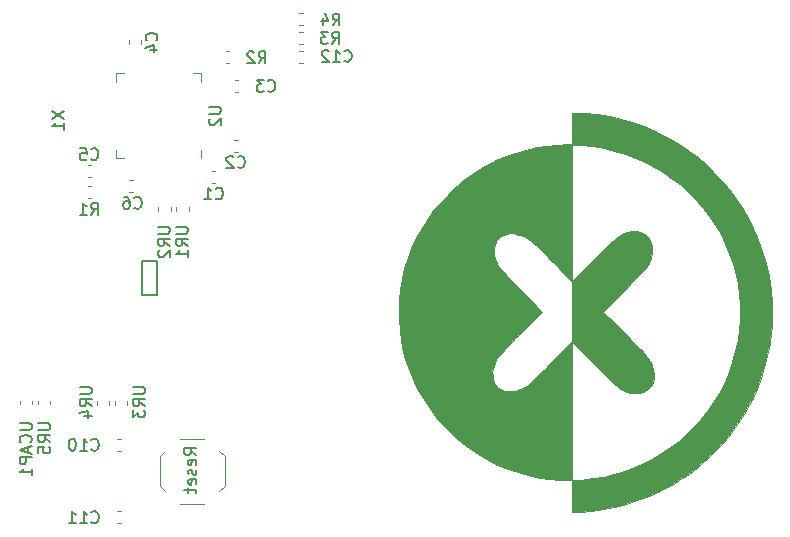
<source format=gbr>
%TF.GenerationSoftware,KiCad,Pcbnew,(5.1.6)-1*%
%TF.CreationDate,2020-05-31T03:06:52+03:00*%
%TF.ProjectId,Project,50726f6a-6563-4742-9e6b-696361645f70,rev?*%
%TF.SameCoordinates,Original*%
%TF.FileFunction,Legend,Bot*%
%TF.FilePolarity,Positive*%
%FSLAX46Y46*%
G04 Gerber Fmt 4.6, Leading zero omitted, Abs format (unit mm)*
G04 Created by KiCad (PCBNEW (5.1.6)-1) date 2020-05-31 03:06:52*
%MOMM*%
%LPD*%
G01*
G04 APERTURE LIST*
%ADD10C,0.010000*%
%ADD11C,0.120000*%
%ADD12C,0.150000*%
G04 APERTURE END LIST*
D10*
%TO.C,G\u002A\u002A\u002A*%
G36*
X111672687Y-107304033D02*
G01*
X112672063Y-107234458D01*
X113672265Y-107102963D01*
X114668239Y-106910854D01*
X115654932Y-106659437D01*
X116627288Y-106350020D01*
X117580255Y-105983910D01*
X118508778Y-105562412D01*
X118618000Y-105508332D01*
X118956869Y-105336193D01*
X119258484Y-105176112D01*
X119540164Y-105018063D01*
X119819227Y-104852018D01*
X120112991Y-104667952D01*
X120438774Y-104455837D01*
X120459500Y-104442143D01*
X121297006Y-103850565D01*
X122099842Y-103206816D01*
X122864793Y-102513887D01*
X123588646Y-101774768D01*
X124268186Y-100992449D01*
X124555171Y-100631625D01*
X124714624Y-100418368D01*
X124895870Y-100163908D01*
X125089527Y-99882362D01*
X125286209Y-99587848D01*
X125476534Y-99294481D01*
X125651118Y-99016380D01*
X125800578Y-98767661D01*
X125842537Y-98694875D01*
X126302698Y-97824456D01*
X126713702Y-96918906D01*
X127072831Y-95986080D01*
X127377368Y-95033833D01*
X127624595Y-94070018D01*
X127811795Y-93102490D01*
X127839863Y-92922160D01*
X127879976Y-92648318D01*
X127912864Y-92407057D01*
X127939230Y-92187435D01*
X127959774Y-91978515D01*
X127975199Y-91769355D01*
X127986207Y-91549016D01*
X127993499Y-91306558D01*
X127997778Y-91031042D01*
X127999744Y-90711528D01*
X128000125Y-90424000D01*
X127999477Y-90062466D01*
X127997066Y-89753483D01*
X127992190Y-89486111D01*
X127984147Y-89249412D01*
X127972235Y-89032444D01*
X127955753Y-88824270D01*
X127933999Y-88613947D01*
X127906270Y-88390538D01*
X127871866Y-88143103D01*
X127839863Y-87925841D01*
X127660674Y-86933041D01*
X127422817Y-85960296D01*
X127125133Y-85003878D01*
X126766465Y-84060059D01*
X126351602Y-83137375D01*
X126169193Y-82768401D01*
X125996650Y-82436995D01*
X125823737Y-82125212D01*
X125640217Y-81815104D01*
X125435855Y-81488726D01*
X125237879Y-81184750D01*
X124647110Y-80347390D01*
X124006020Y-79547321D01*
X123317480Y-78787150D01*
X122584360Y-78069481D01*
X121809528Y-77396921D01*
X120995856Y-76772075D01*
X120146211Y-76197550D01*
X119263465Y-75675951D01*
X119035513Y-75552838D01*
X118109928Y-75096632D01*
X117161491Y-74696379D01*
X116194345Y-74353206D01*
X115212632Y-74068246D01*
X114220497Y-73842629D01*
X113222081Y-73677486D01*
X112221529Y-73573947D01*
X111672687Y-73543701D01*
X111125000Y-73523000D01*
X111125000Y-76200000D01*
X110720187Y-76200130D01*
X109855804Y-76230177D01*
X108978548Y-76318586D01*
X108095917Y-76463571D01*
X107215408Y-76663349D01*
X106344519Y-76916137D01*
X105490747Y-77220151D01*
X104661589Y-77573608D01*
X104378125Y-77708895D01*
X103558959Y-78143560D01*
X102779084Y-78624390D01*
X102033641Y-79154867D01*
X101317773Y-79738478D01*
X100626621Y-80378704D01*
X100550464Y-80454162D01*
X99965971Y-81067943D01*
X99437061Y-81689912D01*
X98955871Y-82330927D01*
X98514541Y-83001850D01*
X98105210Y-83713541D01*
X97887427Y-84133151D01*
X97493091Y-84985592D01*
X97160826Y-85845179D01*
X96889699Y-86715657D01*
X96678777Y-87600770D01*
X96527128Y-88504262D01*
X96433817Y-89429878D01*
X96402768Y-90090806D01*
X96409974Y-91026869D01*
X96479167Y-91953934D01*
X96609161Y-92869447D01*
X96798773Y-93770854D01*
X97046817Y-94655601D01*
X97350356Y-95516169D01*
X104351135Y-95516169D01*
X104397961Y-95188451D01*
X104496971Y-94847633D01*
X104555225Y-94699724D01*
X104597721Y-94601961D01*
X104640408Y-94510777D01*
X104686391Y-94422620D01*
X104738775Y-94333936D01*
X104800663Y-94241170D01*
X104875160Y-94140769D01*
X104965371Y-94029179D01*
X105074399Y-93902847D01*
X105205349Y-93758218D01*
X105361325Y-93591740D01*
X105545432Y-93399858D01*
X105760774Y-93179018D01*
X106010456Y-92925668D01*
X106297580Y-92636252D01*
X106625253Y-92307218D01*
X106785728Y-92146316D01*
X108567550Y-90360257D01*
X106835023Y-88622066D01*
X106496972Y-88282648D01*
X106200762Y-87984412D01*
X105943210Y-87723760D01*
X105721134Y-87497095D01*
X105531351Y-87300819D01*
X105370680Y-87131334D01*
X105235938Y-86985044D01*
X105123943Y-86858349D01*
X105031512Y-86747654D01*
X104955465Y-86649359D01*
X104892617Y-86559868D01*
X104839787Y-86475583D01*
X104793793Y-86392906D01*
X104751452Y-86308240D01*
X104710705Y-86220463D01*
X104585249Y-85890479D01*
X104506213Y-85561229D01*
X104474632Y-85242421D01*
X104491538Y-84943761D01*
X104548795Y-84701020D01*
X104672368Y-84428447D01*
X104841703Y-84196720D01*
X105051727Y-84008630D01*
X105297368Y-83866966D01*
X105573555Y-83774521D01*
X105875213Y-83734084D01*
X106197273Y-83748446D01*
X106262823Y-83757999D01*
X106624159Y-83846630D01*
X106992004Y-83995354D01*
X107361066Y-84201870D01*
X107505500Y-84298497D01*
X107584755Y-84361496D01*
X107707623Y-84469947D01*
X107873738Y-84623496D01*
X108082731Y-84821791D01*
X108334236Y-85064480D01*
X108627884Y-85351210D01*
X108963309Y-85681629D01*
X109340144Y-86055384D01*
X109434312Y-86149111D01*
X111125000Y-87832921D01*
X111125000Y-92886948D01*
X111029968Y-92981662D01*
X111125000Y-92981662D01*
X112942687Y-94795047D01*
X113280380Y-95131665D01*
X113576679Y-95426330D01*
X113834897Y-95682186D01*
X114058345Y-95902379D01*
X114250334Y-96090053D01*
X114414174Y-96248353D01*
X114553179Y-96380422D01*
X114670658Y-96489406D01*
X114769923Y-96578450D01*
X114854286Y-96650697D01*
X114927058Y-96709292D01*
X114991551Y-96757380D01*
X115051074Y-96798106D01*
X115053966Y-96799996D01*
X115403484Y-96999770D01*
X115755802Y-97146606D01*
X116105473Y-97239650D01*
X116447053Y-97278048D01*
X116775097Y-97260948D01*
X117084160Y-97187497D01*
X117210800Y-97137962D01*
X117376445Y-97041375D01*
X117545790Y-96902912D01*
X117700577Y-96740281D01*
X117822549Y-96571188D01*
X117853829Y-96514313D01*
X117938364Y-96312249D01*
X117989462Y-96103373D01*
X118010387Y-95869253D01*
X118007403Y-95647233D01*
X117959824Y-95279244D01*
X117851441Y-94913192D01*
X117681467Y-94547117D01*
X117449119Y-94179056D01*
X117384677Y-94091125D01*
X117339651Y-94038522D01*
X117253454Y-93944943D01*
X117129861Y-93814272D01*
X116972646Y-93650390D01*
X116785584Y-93457179D01*
X116572450Y-93238521D01*
X116337018Y-92998299D01*
X116083063Y-92740395D01*
X115814360Y-92468691D01*
X115534682Y-92187069D01*
X115478308Y-92130444D01*
X113715223Y-90360263D01*
X115462907Y-88606194D01*
X115806189Y-88261369D01*
X116107605Y-87957695D01*
X116370328Y-87691556D01*
X116597527Y-87459336D01*
X116792373Y-87257419D01*
X116958037Y-87082191D01*
X117097690Y-86930034D01*
X117214503Y-86797334D01*
X117311646Y-86680474D01*
X117392291Y-86575840D01*
X117459607Y-86479814D01*
X117516766Y-86388782D01*
X117566939Y-86299128D01*
X117613295Y-86207236D01*
X117659007Y-86109491D01*
X117666151Y-86093778D01*
X117784499Y-85776380D01*
X117857976Y-85451730D01*
X117886410Y-85130038D01*
X117869632Y-84821513D01*
X117807472Y-84536365D01*
X117699760Y-84284805D01*
X117696378Y-84278852D01*
X117528941Y-84046776D01*
X117321222Y-83859920D01*
X117078551Y-83719330D01*
X116806262Y-83626048D01*
X116509685Y-83581119D01*
X116194152Y-83585589D01*
X115864997Y-83640501D01*
X115527550Y-83746899D01*
X115355912Y-83820419D01*
X115256260Y-83867717D01*
X115164185Y-83913973D01*
X115076023Y-83962401D01*
X114988108Y-84016214D01*
X114896777Y-84078625D01*
X114798365Y-84152847D01*
X114689208Y-84242094D01*
X114565641Y-84349579D01*
X114424001Y-84478515D01*
X114260622Y-84632115D01*
X114071841Y-84813593D01*
X113853993Y-85026162D01*
X113603414Y-85273034D01*
X113316439Y-85557424D01*
X112989404Y-85882545D01*
X112879187Y-85992234D01*
X111125000Y-87738266D01*
X111125000Y-76231750D01*
X111275812Y-76231880D01*
X111364059Y-76234271D01*
X111498576Y-76240723D01*
X111662328Y-76250303D01*
X111838281Y-76262080D01*
X111871125Y-76264448D01*
X112821972Y-76364170D01*
X113753775Y-76522056D01*
X114664496Y-76736295D01*
X115552099Y-77005075D01*
X116414548Y-77326587D01*
X117249804Y-77699018D01*
X118055833Y-78120558D01*
X118830598Y-78589395D01*
X119572061Y-79103720D01*
X120278188Y-79661720D01*
X120946940Y-80261584D01*
X121576281Y-80901502D01*
X122164175Y-81579663D01*
X122708586Y-82294256D01*
X123207476Y-83043469D01*
X123658809Y-83825492D01*
X124060549Y-84638514D01*
X124410659Y-85480723D01*
X124707103Y-86350308D01*
X124947844Y-87245459D01*
X125109137Y-88036421D01*
X125163115Y-88358472D01*
X125206217Y-88648232D01*
X125239555Y-88919704D01*
X125264241Y-89186893D01*
X125281388Y-89463803D01*
X125292108Y-89764440D01*
X125297513Y-90102807D01*
X125298760Y-90424000D01*
X125296937Y-90804548D01*
X125290727Y-91135685D01*
X125279017Y-91431415D01*
X125260696Y-91705743D01*
X125234651Y-91972674D01*
X125199770Y-92246212D01*
X125154940Y-92540361D01*
X125109137Y-92811580D01*
X124917599Y-93727711D01*
X124666953Y-94623499D01*
X124358997Y-95496564D01*
X123995529Y-96344524D01*
X123578349Y-97164998D01*
X123109255Y-97955605D01*
X122590045Y-98713964D01*
X122022518Y-99437693D01*
X121408472Y-100124412D01*
X120749705Y-100771739D01*
X120048018Y-101377292D01*
X119305207Y-101938692D01*
X118523071Y-102453557D01*
X117703410Y-102919505D01*
X117332125Y-103108025D01*
X116454110Y-103505493D01*
X115568395Y-103840994D01*
X114670962Y-104115564D01*
X113757796Y-104330243D01*
X112824878Y-104486069D01*
X111868192Y-104584080D01*
X111545687Y-104603960D01*
X111125000Y-104625747D01*
X111125000Y-92981662D01*
X111029968Y-92981662D01*
X109339062Y-94666904D01*
X108986655Y-95017829D01*
X108675450Y-95326760D01*
X108401895Y-95596752D01*
X108162437Y-95830857D01*
X107953522Y-96032130D01*
X107771599Y-96203624D01*
X107613114Y-96348392D01*
X107474515Y-96469489D01*
X107352248Y-96569968D01*
X107242762Y-96652882D01*
X107142503Y-96721285D01*
X107047918Y-96778231D01*
X106955455Y-96826774D01*
X106861560Y-96869966D01*
X106762682Y-96910862D01*
X106699589Y-96935527D01*
X106350413Y-97049898D01*
X106029186Y-97111197D01*
X105729072Y-97119479D01*
X105443234Y-97074797D01*
X105164837Y-96977207D01*
X105102926Y-96948160D01*
X104860320Y-96796248D01*
X104663133Y-96603464D01*
X104512494Y-96374434D01*
X104409530Y-96113790D01*
X104355368Y-95826158D01*
X104351135Y-95516169D01*
X97350356Y-95516169D01*
X97352107Y-95521133D01*
X97713458Y-96364897D01*
X98129686Y-97184338D01*
X98599606Y-97976903D01*
X99122031Y-98740037D01*
X99695778Y-99471186D01*
X100319661Y-100167797D01*
X100992495Y-100827315D01*
X101647625Y-101394155D01*
X102374888Y-101946961D01*
X103141136Y-102453499D01*
X103941546Y-102912039D01*
X104771298Y-103320852D01*
X105625571Y-103678209D01*
X106499545Y-103982383D01*
X107388398Y-104231643D01*
X108287310Y-104424261D01*
X109191460Y-104558508D01*
X110096027Y-104632654D01*
X110720187Y-104647871D01*
X111125000Y-104648000D01*
X111125000Y-107325000D01*
X111672687Y-107304033D01*
G37*
X111672687Y-107304033D02*
X112672063Y-107234458D01*
X113672265Y-107102963D01*
X114668239Y-106910854D01*
X115654932Y-106659437D01*
X116627288Y-106350020D01*
X117580255Y-105983910D01*
X118508778Y-105562412D01*
X118618000Y-105508332D01*
X118956869Y-105336193D01*
X119258484Y-105176112D01*
X119540164Y-105018063D01*
X119819227Y-104852018D01*
X120112991Y-104667952D01*
X120438774Y-104455837D01*
X120459500Y-104442143D01*
X121297006Y-103850565D01*
X122099842Y-103206816D01*
X122864793Y-102513887D01*
X123588646Y-101774768D01*
X124268186Y-100992449D01*
X124555171Y-100631625D01*
X124714624Y-100418368D01*
X124895870Y-100163908D01*
X125089527Y-99882362D01*
X125286209Y-99587848D01*
X125476534Y-99294481D01*
X125651118Y-99016380D01*
X125800578Y-98767661D01*
X125842537Y-98694875D01*
X126302698Y-97824456D01*
X126713702Y-96918906D01*
X127072831Y-95986080D01*
X127377368Y-95033833D01*
X127624595Y-94070018D01*
X127811795Y-93102490D01*
X127839863Y-92922160D01*
X127879976Y-92648318D01*
X127912864Y-92407057D01*
X127939230Y-92187435D01*
X127959774Y-91978515D01*
X127975199Y-91769355D01*
X127986207Y-91549016D01*
X127993499Y-91306558D01*
X127997778Y-91031042D01*
X127999744Y-90711528D01*
X128000125Y-90424000D01*
X127999477Y-90062466D01*
X127997066Y-89753483D01*
X127992190Y-89486111D01*
X127984147Y-89249412D01*
X127972235Y-89032444D01*
X127955753Y-88824270D01*
X127933999Y-88613947D01*
X127906270Y-88390538D01*
X127871866Y-88143103D01*
X127839863Y-87925841D01*
X127660674Y-86933041D01*
X127422817Y-85960296D01*
X127125133Y-85003878D01*
X126766465Y-84060059D01*
X126351602Y-83137375D01*
X126169193Y-82768401D01*
X125996650Y-82436995D01*
X125823737Y-82125212D01*
X125640217Y-81815104D01*
X125435855Y-81488726D01*
X125237879Y-81184750D01*
X124647110Y-80347390D01*
X124006020Y-79547321D01*
X123317480Y-78787150D01*
X122584360Y-78069481D01*
X121809528Y-77396921D01*
X120995856Y-76772075D01*
X120146211Y-76197550D01*
X119263465Y-75675951D01*
X119035513Y-75552838D01*
X118109928Y-75096632D01*
X117161491Y-74696379D01*
X116194345Y-74353206D01*
X115212632Y-74068246D01*
X114220497Y-73842629D01*
X113222081Y-73677486D01*
X112221529Y-73573947D01*
X111672687Y-73543701D01*
X111125000Y-73523000D01*
X111125000Y-76200000D01*
X110720187Y-76200130D01*
X109855804Y-76230177D01*
X108978548Y-76318586D01*
X108095917Y-76463571D01*
X107215408Y-76663349D01*
X106344519Y-76916137D01*
X105490747Y-77220151D01*
X104661589Y-77573608D01*
X104378125Y-77708895D01*
X103558959Y-78143560D01*
X102779084Y-78624390D01*
X102033641Y-79154867D01*
X101317773Y-79738478D01*
X100626621Y-80378704D01*
X100550464Y-80454162D01*
X99965971Y-81067943D01*
X99437061Y-81689912D01*
X98955871Y-82330927D01*
X98514541Y-83001850D01*
X98105210Y-83713541D01*
X97887427Y-84133151D01*
X97493091Y-84985592D01*
X97160826Y-85845179D01*
X96889699Y-86715657D01*
X96678777Y-87600770D01*
X96527128Y-88504262D01*
X96433817Y-89429878D01*
X96402768Y-90090806D01*
X96409974Y-91026869D01*
X96479167Y-91953934D01*
X96609161Y-92869447D01*
X96798773Y-93770854D01*
X97046817Y-94655601D01*
X97350356Y-95516169D01*
X104351135Y-95516169D01*
X104397961Y-95188451D01*
X104496971Y-94847633D01*
X104555225Y-94699724D01*
X104597721Y-94601961D01*
X104640408Y-94510777D01*
X104686391Y-94422620D01*
X104738775Y-94333936D01*
X104800663Y-94241170D01*
X104875160Y-94140769D01*
X104965371Y-94029179D01*
X105074399Y-93902847D01*
X105205349Y-93758218D01*
X105361325Y-93591740D01*
X105545432Y-93399858D01*
X105760774Y-93179018D01*
X106010456Y-92925668D01*
X106297580Y-92636252D01*
X106625253Y-92307218D01*
X106785728Y-92146316D01*
X108567550Y-90360257D01*
X106835023Y-88622066D01*
X106496972Y-88282648D01*
X106200762Y-87984412D01*
X105943210Y-87723760D01*
X105721134Y-87497095D01*
X105531351Y-87300819D01*
X105370680Y-87131334D01*
X105235938Y-86985044D01*
X105123943Y-86858349D01*
X105031512Y-86747654D01*
X104955465Y-86649359D01*
X104892617Y-86559868D01*
X104839787Y-86475583D01*
X104793793Y-86392906D01*
X104751452Y-86308240D01*
X104710705Y-86220463D01*
X104585249Y-85890479D01*
X104506213Y-85561229D01*
X104474632Y-85242421D01*
X104491538Y-84943761D01*
X104548795Y-84701020D01*
X104672368Y-84428447D01*
X104841703Y-84196720D01*
X105051727Y-84008630D01*
X105297368Y-83866966D01*
X105573555Y-83774521D01*
X105875213Y-83734084D01*
X106197273Y-83748446D01*
X106262823Y-83757999D01*
X106624159Y-83846630D01*
X106992004Y-83995354D01*
X107361066Y-84201870D01*
X107505500Y-84298497D01*
X107584755Y-84361496D01*
X107707623Y-84469947D01*
X107873738Y-84623496D01*
X108082731Y-84821791D01*
X108334236Y-85064480D01*
X108627884Y-85351210D01*
X108963309Y-85681629D01*
X109340144Y-86055384D01*
X109434312Y-86149111D01*
X111125000Y-87832921D01*
X111125000Y-92886948D01*
X111029968Y-92981662D01*
X111125000Y-92981662D01*
X112942687Y-94795047D01*
X113280380Y-95131665D01*
X113576679Y-95426330D01*
X113834897Y-95682186D01*
X114058345Y-95902379D01*
X114250334Y-96090053D01*
X114414174Y-96248353D01*
X114553179Y-96380422D01*
X114670658Y-96489406D01*
X114769923Y-96578450D01*
X114854286Y-96650697D01*
X114927058Y-96709292D01*
X114991551Y-96757380D01*
X115051074Y-96798106D01*
X115053966Y-96799996D01*
X115403484Y-96999770D01*
X115755802Y-97146606D01*
X116105473Y-97239650D01*
X116447053Y-97278048D01*
X116775097Y-97260948D01*
X117084160Y-97187497D01*
X117210800Y-97137962D01*
X117376445Y-97041375D01*
X117545790Y-96902912D01*
X117700577Y-96740281D01*
X117822549Y-96571188D01*
X117853829Y-96514313D01*
X117938364Y-96312249D01*
X117989462Y-96103373D01*
X118010387Y-95869253D01*
X118007403Y-95647233D01*
X117959824Y-95279244D01*
X117851441Y-94913192D01*
X117681467Y-94547117D01*
X117449119Y-94179056D01*
X117384677Y-94091125D01*
X117339651Y-94038522D01*
X117253454Y-93944943D01*
X117129861Y-93814272D01*
X116972646Y-93650390D01*
X116785584Y-93457179D01*
X116572450Y-93238521D01*
X116337018Y-92998299D01*
X116083063Y-92740395D01*
X115814360Y-92468691D01*
X115534682Y-92187069D01*
X115478308Y-92130444D01*
X113715223Y-90360263D01*
X115462907Y-88606194D01*
X115806189Y-88261369D01*
X116107605Y-87957695D01*
X116370328Y-87691556D01*
X116597527Y-87459336D01*
X116792373Y-87257419D01*
X116958037Y-87082191D01*
X117097690Y-86930034D01*
X117214503Y-86797334D01*
X117311646Y-86680474D01*
X117392291Y-86575840D01*
X117459607Y-86479814D01*
X117516766Y-86388782D01*
X117566939Y-86299128D01*
X117613295Y-86207236D01*
X117659007Y-86109491D01*
X117666151Y-86093778D01*
X117784499Y-85776380D01*
X117857976Y-85451730D01*
X117886410Y-85130038D01*
X117869632Y-84821513D01*
X117807472Y-84536365D01*
X117699760Y-84284805D01*
X117696378Y-84278852D01*
X117528941Y-84046776D01*
X117321222Y-83859920D01*
X117078551Y-83719330D01*
X116806262Y-83626048D01*
X116509685Y-83581119D01*
X116194152Y-83585589D01*
X115864997Y-83640501D01*
X115527550Y-83746899D01*
X115355912Y-83820419D01*
X115256260Y-83867717D01*
X115164185Y-83913973D01*
X115076023Y-83962401D01*
X114988108Y-84016214D01*
X114896777Y-84078625D01*
X114798365Y-84152847D01*
X114689208Y-84242094D01*
X114565641Y-84349579D01*
X114424001Y-84478515D01*
X114260622Y-84632115D01*
X114071841Y-84813593D01*
X113853993Y-85026162D01*
X113603414Y-85273034D01*
X113316439Y-85557424D01*
X112989404Y-85882545D01*
X112879187Y-85992234D01*
X111125000Y-87738266D01*
X111125000Y-76231750D01*
X111275812Y-76231880D01*
X111364059Y-76234271D01*
X111498576Y-76240723D01*
X111662328Y-76250303D01*
X111838281Y-76262080D01*
X111871125Y-76264448D01*
X112821972Y-76364170D01*
X113753775Y-76522056D01*
X114664496Y-76736295D01*
X115552099Y-77005075D01*
X116414548Y-77326587D01*
X117249804Y-77699018D01*
X118055833Y-78120558D01*
X118830598Y-78589395D01*
X119572061Y-79103720D01*
X120278188Y-79661720D01*
X120946940Y-80261584D01*
X121576281Y-80901502D01*
X122164175Y-81579663D01*
X122708586Y-82294256D01*
X123207476Y-83043469D01*
X123658809Y-83825492D01*
X124060549Y-84638514D01*
X124410659Y-85480723D01*
X124707103Y-86350308D01*
X124947844Y-87245459D01*
X125109137Y-88036421D01*
X125163115Y-88358472D01*
X125206217Y-88648232D01*
X125239555Y-88919704D01*
X125264241Y-89186893D01*
X125281388Y-89463803D01*
X125292108Y-89764440D01*
X125297513Y-90102807D01*
X125298760Y-90424000D01*
X125296937Y-90804548D01*
X125290727Y-91135685D01*
X125279017Y-91431415D01*
X125260696Y-91705743D01*
X125234651Y-91972674D01*
X125199770Y-92246212D01*
X125154940Y-92540361D01*
X125109137Y-92811580D01*
X124917599Y-93727711D01*
X124666953Y-94623499D01*
X124358997Y-95496564D01*
X123995529Y-96344524D01*
X123578349Y-97164998D01*
X123109255Y-97955605D01*
X122590045Y-98713964D01*
X122022518Y-99437693D01*
X121408472Y-100124412D01*
X120749705Y-100771739D01*
X120048018Y-101377292D01*
X119305207Y-101938692D01*
X118523071Y-102453557D01*
X117703410Y-102919505D01*
X117332125Y-103108025D01*
X116454110Y-103505493D01*
X115568395Y-103840994D01*
X114670962Y-104115564D01*
X113757796Y-104330243D01*
X112824878Y-104486069D01*
X111868192Y-104584080D01*
X111545687Y-104603960D01*
X111125000Y-104625747D01*
X111125000Y-92981662D01*
X111029968Y-92981662D01*
X109339062Y-94666904D01*
X108986655Y-95017829D01*
X108675450Y-95326760D01*
X108401895Y-95596752D01*
X108162437Y-95830857D01*
X107953522Y-96032130D01*
X107771599Y-96203624D01*
X107613114Y-96348392D01*
X107474515Y-96469489D01*
X107352248Y-96569968D01*
X107242762Y-96652882D01*
X107142503Y-96721285D01*
X107047918Y-96778231D01*
X106955455Y-96826774D01*
X106861560Y-96869966D01*
X106762682Y-96910862D01*
X106699589Y-96935527D01*
X106350413Y-97049898D01*
X106029186Y-97111197D01*
X105729072Y-97119479D01*
X105443234Y-97074797D01*
X105164837Y-96977207D01*
X105102926Y-96948160D01*
X104860320Y-96796248D01*
X104663133Y-96603464D01*
X104512494Y-96374434D01*
X104409530Y-96113790D01*
X104355368Y-95826158D01*
X104351135Y-95516169D01*
X97350356Y-95516169D01*
X97352107Y-95521133D01*
X97713458Y-96364897D01*
X98129686Y-97184338D01*
X98599606Y-97976903D01*
X99122031Y-98740037D01*
X99695778Y-99471186D01*
X100319661Y-100167797D01*
X100992495Y-100827315D01*
X101647625Y-101394155D01*
X102374888Y-101946961D01*
X103141136Y-102453499D01*
X103941546Y-102912039D01*
X104771298Y-103320852D01*
X105625571Y-103678209D01*
X106499545Y-103982383D01*
X107388398Y-104231643D01*
X108287310Y-104424261D01*
X109191460Y-104558508D01*
X110096027Y-104632654D01*
X110720187Y-104647871D01*
X111125000Y-104648000D01*
X111125000Y-107325000D01*
X111672687Y-107304033D01*
D11*
%TO.C,C11*%
X72882979Y-107287600D02*
X72557421Y-107287600D01*
X72882979Y-108307600D02*
X72557421Y-108307600D01*
%TO.C,C10*%
X72908379Y-102186200D02*
X72582821Y-102186200D01*
X72908379Y-101166200D02*
X72582821Y-101166200D01*
%TO.C,U2*%
X79683000Y-70902000D02*
X79683000Y-70177000D01*
X79683000Y-70177000D02*
X78958000Y-70177000D01*
X72463000Y-76672000D02*
X72463000Y-77397000D01*
X72463000Y-77397000D02*
X73188000Y-77397000D01*
X72463000Y-70902000D02*
X72463000Y-70177000D01*
X72463000Y-70177000D02*
X73188000Y-70177000D01*
X79683000Y-76672000D02*
X79683000Y-77397000D01*
%TO.C,Reset*%
X81680500Y-105136000D02*
X81680500Y-102636000D01*
X79930500Y-106636000D02*
X77930500Y-106636000D01*
X76180500Y-105136000D02*
X76180500Y-102636000D01*
X79930500Y-101136000D02*
X77930500Y-101136000D01*
X81230500Y-105586000D02*
X81680500Y-105136000D01*
X81230500Y-102186000D02*
X81680500Y-102636000D01*
X76630500Y-102186000D02*
X76180500Y-102636000D01*
X76630500Y-105586000D02*
X76180500Y-105136000D01*
D12*
%TO.C,U1*%
X75961000Y-88953000D02*
X74661000Y-88953000D01*
X75961000Y-86053000D02*
X75961000Y-88953000D01*
X74661000Y-86053000D02*
X75961000Y-86053000D01*
X74661000Y-86053000D02*
X74661000Y-88953000D01*
D11*
%TO.C,C1*%
X80571221Y-78484000D02*
X80896779Y-78484000D01*
X80571221Y-79504000D02*
X80896779Y-79504000D01*
%TO.C,C2*%
X82450721Y-75817000D02*
X82776279Y-75817000D01*
X82450721Y-76837000D02*
X82776279Y-76837000D01*
%TO.C,C3*%
X82514221Y-71757000D02*
X82839779Y-71757000D01*
X82514221Y-70737000D02*
X82839779Y-70737000D01*
%TO.C,C4*%
X73594500Y-67726779D02*
X73594500Y-67401221D01*
X74614500Y-67726779D02*
X74614500Y-67401221D01*
%TO.C,C5*%
X70393779Y-77976000D02*
X70068221Y-77976000D01*
X70393779Y-78996000D02*
X70068221Y-78996000D01*
%TO.C,C6*%
X73911779Y-79246000D02*
X73586221Y-79246000D01*
X73911779Y-80266000D02*
X73586221Y-80266000D01*
%TO.C,C12*%
X87975221Y-68273200D02*
X88300779Y-68273200D01*
X87975221Y-69293200D02*
X88300779Y-69293200D01*
%TO.C,R1*%
X70393779Y-80774000D02*
X70068221Y-80774000D01*
X70393779Y-79754000D02*
X70068221Y-79754000D01*
%TO.C,R2*%
X82077779Y-69344000D02*
X81752221Y-69344000D01*
X82077779Y-68324000D02*
X81752221Y-68324000D01*
%TO.C,R3*%
X88300779Y-67718400D02*
X87975221Y-67718400D01*
X88300779Y-66698400D02*
X87975221Y-66698400D01*
%TO.C,R4*%
X88300779Y-65123600D02*
X87975221Y-65123600D01*
X88300779Y-66143600D02*
X87975221Y-66143600D01*
%TO.C,UR1*%
X78615000Y-81823779D02*
X78615000Y-81498221D01*
X77595000Y-81823779D02*
X77595000Y-81498221D01*
%TO.C,UR2*%
X77091000Y-81823779D02*
X77091000Y-81498221D01*
X76071000Y-81823779D02*
X76071000Y-81498221D01*
%TO.C,UR3*%
X72388000Y-97932021D02*
X72388000Y-98257579D01*
X73408000Y-97932021D02*
X73408000Y-98257579D01*
%TO.C,UR4*%
X71884000Y-97932021D02*
X71884000Y-98257579D01*
X70864000Y-97932021D02*
X70864000Y-98257579D01*
%TO.C,UR5*%
X66854800Y-97906721D02*
X66854800Y-98232279D01*
X65834800Y-97906721D02*
X65834800Y-98232279D01*
%TO.C,UCAP1*%
X64310800Y-98232079D02*
X64310800Y-97906521D01*
X65330800Y-98232079D02*
X65330800Y-97906521D01*
%TO.C,C11*%
D12*
X70391257Y-108180142D02*
X70438876Y-108227761D01*
X70581733Y-108275380D01*
X70676971Y-108275380D01*
X70819828Y-108227761D01*
X70915066Y-108132523D01*
X70962685Y-108037285D01*
X71010304Y-107846809D01*
X71010304Y-107703952D01*
X70962685Y-107513476D01*
X70915066Y-107418238D01*
X70819828Y-107323000D01*
X70676971Y-107275380D01*
X70581733Y-107275380D01*
X70438876Y-107323000D01*
X70391257Y-107370619D01*
X69438876Y-108275380D02*
X70010304Y-108275380D01*
X69724590Y-108275380D02*
X69724590Y-107275380D01*
X69819828Y-107418238D01*
X69915066Y-107513476D01*
X70010304Y-107561095D01*
X68486495Y-108275380D02*
X69057923Y-108275380D01*
X68772209Y-108275380D02*
X68772209Y-107275380D01*
X68867447Y-107418238D01*
X68962685Y-107513476D01*
X69057923Y-107561095D01*
%TO.C,C10*%
X70391257Y-102033342D02*
X70438876Y-102080961D01*
X70581733Y-102128580D01*
X70676971Y-102128580D01*
X70819828Y-102080961D01*
X70915066Y-101985723D01*
X70962685Y-101890485D01*
X71010304Y-101700009D01*
X71010304Y-101557152D01*
X70962685Y-101366676D01*
X70915066Y-101271438D01*
X70819828Y-101176200D01*
X70676971Y-101128580D01*
X70581733Y-101128580D01*
X70438876Y-101176200D01*
X70391257Y-101223819D01*
X69438876Y-102128580D02*
X70010304Y-102128580D01*
X69724590Y-102128580D02*
X69724590Y-101128580D01*
X69819828Y-101271438D01*
X69915066Y-101366676D01*
X70010304Y-101414295D01*
X68819828Y-101128580D02*
X68724590Y-101128580D01*
X68629352Y-101176200D01*
X68581733Y-101223819D01*
X68534114Y-101319057D01*
X68486495Y-101509533D01*
X68486495Y-101747628D01*
X68534114Y-101938104D01*
X68581733Y-102033342D01*
X68629352Y-102080961D01*
X68724590Y-102128580D01*
X68819828Y-102128580D01*
X68915066Y-102080961D01*
X68962685Y-102033342D01*
X69010304Y-101938104D01*
X69057923Y-101747628D01*
X69057923Y-101509533D01*
X69010304Y-101319057D01*
X68962685Y-101223819D01*
X68915066Y-101176200D01*
X68819828Y-101128580D01*
%TO.C,U2*%
X80345380Y-73025095D02*
X81154904Y-73025095D01*
X81250142Y-73072714D01*
X81297761Y-73120333D01*
X81345380Y-73215571D01*
X81345380Y-73406047D01*
X81297761Y-73501285D01*
X81250142Y-73548904D01*
X81154904Y-73596523D01*
X80345380Y-73596523D01*
X80440619Y-74025095D02*
X80393000Y-74072714D01*
X80345380Y-74167952D01*
X80345380Y-74406047D01*
X80393000Y-74501285D01*
X80440619Y-74548904D01*
X80535857Y-74596523D01*
X80631095Y-74596523D01*
X80773952Y-74548904D01*
X81345380Y-73977476D01*
X81345380Y-74596523D01*
%TO.C,Reset*%
X79268580Y-102520904D02*
X78792390Y-102187571D01*
X79268580Y-101949476D02*
X78268580Y-101949476D01*
X78268580Y-102330428D01*
X78316200Y-102425666D01*
X78363819Y-102473285D01*
X78459057Y-102520904D01*
X78601914Y-102520904D01*
X78697152Y-102473285D01*
X78744771Y-102425666D01*
X78792390Y-102330428D01*
X78792390Y-101949476D01*
X79220961Y-103330428D02*
X79268580Y-103235190D01*
X79268580Y-103044714D01*
X79220961Y-102949476D01*
X79125723Y-102901857D01*
X78744771Y-102901857D01*
X78649533Y-102949476D01*
X78601914Y-103044714D01*
X78601914Y-103235190D01*
X78649533Y-103330428D01*
X78744771Y-103378047D01*
X78840009Y-103378047D01*
X78935247Y-102901857D01*
X79220961Y-103759000D02*
X79268580Y-103854238D01*
X79268580Y-104044714D01*
X79220961Y-104139952D01*
X79125723Y-104187571D01*
X79078104Y-104187571D01*
X78982866Y-104139952D01*
X78935247Y-104044714D01*
X78935247Y-103901857D01*
X78887628Y-103806619D01*
X78792390Y-103759000D01*
X78744771Y-103759000D01*
X78649533Y-103806619D01*
X78601914Y-103901857D01*
X78601914Y-104044714D01*
X78649533Y-104139952D01*
X79220961Y-104997095D02*
X79268580Y-104901857D01*
X79268580Y-104711380D01*
X79220961Y-104616142D01*
X79125723Y-104568523D01*
X78744771Y-104568523D01*
X78649533Y-104616142D01*
X78601914Y-104711380D01*
X78601914Y-104901857D01*
X78649533Y-104997095D01*
X78744771Y-105044714D01*
X78840009Y-105044714D01*
X78935247Y-104568523D01*
X78601914Y-105330428D02*
X78601914Y-105711380D01*
X78268580Y-105473285D02*
X79125723Y-105473285D01*
X79220961Y-105520904D01*
X79268580Y-105616142D01*
X79268580Y-105711380D01*
%TO.C,X1*%
X67067180Y-73383876D02*
X68067180Y-74050542D01*
X67067180Y-74050542D02*
X68067180Y-73383876D01*
X68067180Y-74955304D02*
X68067180Y-74383876D01*
X68067180Y-74669590D02*
X67067180Y-74669590D01*
X67210038Y-74574352D01*
X67305276Y-74479114D01*
X67352895Y-74383876D01*
%TO.C,C1*%
X80900666Y-80781142D02*
X80948285Y-80828761D01*
X81091142Y-80876380D01*
X81186380Y-80876380D01*
X81329238Y-80828761D01*
X81424476Y-80733523D01*
X81472095Y-80638285D01*
X81519714Y-80447809D01*
X81519714Y-80304952D01*
X81472095Y-80114476D01*
X81424476Y-80019238D01*
X81329238Y-79924000D01*
X81186380Y-79876380D01*
X81091142Y-79876380D01*
X80948285Y-79924000D01*
X80900666Y-79971619D01*
X79948285Y-80876380D02*
X80519714Y-80876380D01*
X80234000Y-80876380D02*
X80234000Y-79876380D01*
X80329238Y-80019238D01*
X80424476Y-80114476D01*
X80519714Y-80162095D01*
%TO.C,C2*%
X82780166Y-78114142D02*
X82827785Y-78161761D01*
X82970642Y-78209380D01*
X83065880Y-78209380D01*
X83208738Y-78161761D01*
X83303976Y-78066523D01*
X83351595Y-77971285D01*
X83399214Y-77780809D01*
X83399214Y-77637952D01*
X83351595Y-77447476D01*
X83303976Y-77352238D01*
X83208738Y-77257000D01*
X83065880Y-77209380D01*
X82970642Y-77209380D01*
X82827785Y-77257000D01*
X82780166Y-77304619D01*
X82399214Y-77304619D02*
X82351595Y-77257000D01*
X82256357Y-77209380D01*
X82018261Y-77209380D01*
X81923023Y-77257000D01*
X81875404Y-77304619D01*
X81827785Y-77399857D01*
X81827785Y-77495095D01*
X81875404Y-77637952D01*
X82446833Y-78209380D01*
X81827785Y-78209380D01*
%TO.C,C3*%
X85332866Y-71654942D02*
X85380485Y-71702561D01*
X85523342Y-71750180D01*
X85618580Y-71750180D01*
X85761438Y-71702561D01*
X85856676Y-71607323D01*
X85904295Y-71512085D01*
X85951914Y-71321609D01*
X85951914Y-71178752D01*
X85904295Y-70988276D01*
X85856676Y-70893038D01*
X85761438Y-70797800D01*
X85618580Y-70750180D01*
X85523342Y-70750180D01*
X85380485Y-70797800D01*
X85332866Y-70845419D01*
X84999533Y-70750180D02*
X84380485Y-70750180D01*
X84713819Y-71131133D01*
X84570961Y-71131133D01*
X84475723Y-71178752D01*
X84428104Y-71226371D01*
X84380485Y-71321609D01*
X84380485Y-71559704D01*
X84428104Y-71654942D01*
X84475723Y-71702561D01*
X84570961Y-71750180D01*
X84856676Y-71750180D01*
X84951914Y-71702561D01*
X84999533Y-71654942D01*
%TO.C,C4*%
X75891642Y-67397333D02*
X75939261Y-67349714D01*
X75986880Y-67206857D01*
X75986880Y-67111619D01*
X75939261Y-66968761D01*
X75844023Y-66873523D01*
X75748785Y-66825904D01*
X75558309Y-66778285D01*
X75415452Y-66778285D01*
X75224976Y-66825904D01*
X75129738Y-66873523D01*
X75034500Y-66968761D01*
X74986880Y-67111619D01*
X74986880Y-67206857D01*
X75034500Y-67349714D01*
X75082119Y-67397333D01*
X75320214Y-68254476D02*
X75986880Y-68254476D01*
X74939261Y-68016380D02*
X75653547Y-67778285D01*
X75653547Y-68397333D01*
%TO.C,C5*%
X70372266Y-77446142D02*
X70419885Y-77493761D01*
X70562742Y-77541380D01*
X70657980Y-77541380D01*
X70800838Y-77493761D01*
X70896076Y-77398523D01*
X70943695Y-77303285D01*
X70991314Y-77112809D01*
X70991314Y-76969952D01*
X70943695Y-76779476D01*
X70896076Y-76684238D01*
X70800838Y-76589000D01*
X70657980Y-76541380D01*
X70562742Y-76541380D01*
X70419885Y-76589000D01*
X70372266Y-76636619D01*
X69467504Y-76541380D02*
X69943695Y-76541380D01*
X69991314Y-77017571D01*
X69943695Y-76969952D01*
X69848457Y-76922333D01*
X69610361Y-76922333D01*
X69515123Y-76969952D01*
X69467504Y-77017571D01*
X69419885Y-77112809D01*
X69419885Y-77350904D01*
X69467504Y-77446142D01*
X69515123Y-77493761D01*
X69610361Y-77541380D01*
X69848457Y-77541380D01*
X69943695Y-77493761D01*
X69991314Y-77446142D01*
%TO.C,C6*%
X74029866Y-81560942D02*
X74077485Y-81608561D01*
X74220342Y-81656180D01*
X74315580Y-81656180D01*
X74458438Y-81608561D01*
X74553676Y-81513323D01*
X74601295Y-81418085D01*
X74648914Y-81227609D01*
X74648914Y-81084752D01*
X74601295Y-80894276D01*
X74553676Y-80799038D01*
X74458438Y-80703800D01*
X74315580Y-80656180D01*
X74220342Y-80656180D01*
X74077485Y-80703800D01*
X74029866Y-80751419D01*
X73172723Y-80656180D02*
X73363200Y-80656180D01*
X73458438Y-80703800D01*
X73506057Y-80751419D01*
X73601295Y-80894276D01*
X73648914Y-81084752D01*
X73648914Y-81465704D01*
X73601295Y-81560942D01*
X73553676Y-81608561D01*
X73458438Y-81656180D01*
X73267961Y-81656180D01*
X73172723Y-81608561D01*
X73125104Y-81560942D01*
X73077485Y-81465704D01*
X73077485Y-81227609D01*
X73125104Y-81132371D01*
X73172723Y-81084752D01*
X73267961Y-81037133D01*
X73458438Y-81037133D01*
X73553676Y-81084752D01*
X73601295Y-81132371D01*
X73648914Y-81227609D01*
%TO.C,C12*%
X91803457Y-69140342D02*
X91851076Y-69187961D01*
X91993933Y-69235580D01*
X92089171Y-69235580D01*
X92232028Y-69187961D01*
X92327266Y-69092723D01*
X92374885Y-68997485D01*
X92422504Y-68807009D01*
X92422504Y-68664152D01*
X92374885Y-68473676D01*
X92327266Y-68378438D01*
X92232028Y-68283200D01*
X92089171Y-68235580D01*
X91993933Y-68235580D01*
X91851076Y-68283200D01*
X91803457Y-68330819D01*
X90851076Y-69235580D02*
X91422504Y-69235580D01*
X91136790Y-69235580D02*
X91136790Y-68235580D01*
X91232028Y-68378438D01*
X91327266Y-68473676D01*
X91422504Y-68521295D01*
X90470123Y-68330819D02*
X90422504Y-68283200D01*
X90327266Y-68235580D01*
X90089171Y-68235580D01*
X89993933Y-68283200D01*
X89946314Y-68330819D01*
X89898695Y-68426057D01*
X89898695Y-68521295D01*
X89946314Y-68664152D01*
X90517742Y-69235580D01*
X89898695Y-69235580D01*
%TO.C,R1*%
X70372266Y-82164180D02*
X70705600Y-81687990D01*
X70943695Y-82164180D02*
X70943695Y-81164180D01*
X70562742Y-81164180D01*
X70467504Y-81211800D01*
X70419885Y-81259419D01*
X70372266Y-81354657D01*
X70372266Y-81497514D01*
X70419885Y-81592752D01*
X70467504Y-81640371D01*
X70562742Y-81687990D01*
X70943695Y-81687990D01*
X69419885Y-82164180D02*
X69991314Y-82164180D01*
X69705600Y-82164180D02*
X69705600Y-81164180D01*
X69800838Y-81307038D01*
X69896076Y-81402276D01*
X69991314Y-81449895D01*
%TO.C,R2*%
X84545466Y-69337180D02*
X84878800Y-68860990D01*
X85116895Y-69337180D02*
X85116895Y-68337180D01*
X84735942Y-68337180D01*
X84640704Y-68384800D01*
X84593085Y-68432419D01*
X84545466Y-68527657D01*
X84545466Y-68670514D01*
X84593085Y-68765752D01*
X84640704Y-68813371D01*
X84735942Y-68860990D01*
X85116895Y-68860990D01*
X84164514Y-68432419D02*
X84116895Y-68384800D01*
X84021657Y-68337180D01*
X83783561Y-68337180D01*
X83688323Y-68384800D01*
X83640704Y-68432419D01*
X83593085Y-68527657D01*
X83593085Y-68622895D01*
X83640704Y-68765752D01*
X84212133Y-69337180D01*
X83593085Y-69337180D01*
%TO.C,R3*%
X90768466Y-67711580D02*
X91101800Y-67235390D01*
X91339895Y-67711580D02*
X91339895Y-66711580D01*
X90958942Y-66711580D01*
X90863704Y-66759200D01*
X90816085Y-66806819D01*
X90768466Y-66902057D01*
X90768466Y-67044914D01*
X90816085Y-67140152D01*
X90863704Y-67187771D01*
X90958942Y-67235390D01*
X91339895Y-67235390D01*
X90435133Y-66711580D02*
X89816085Y-66711580D01*
X90149419Y-67092533D01*
X90006561Y-67092533D01*
X89911323Y-67140152D01*
X89863704Y-67187771D01*
X89816085Y-67283009D01*
X89816085Y-67521104D01*
X89863704Y-67616342D01*
X89911323Y-67663961D01*
X90006561Y-67711580D01*
X90292276Y-67711580D01*
X90387514Y-67663961D01*
X90435133Y-67616342D01*
%TO.C,R4*%
X90819266Y-66136780D02*
X91152600Y-65660590D01*
X91390695Y-66136780D02*
X91390695Y-65136780D01*
X91009742Y-65136780D01*
X90914504Y-65184400D01*
X90866885Y-65232019D01*
X90819266Y-65327257D01*
X90819266Y-65470114D01*
X90866885Y-65565352D01*
X90914504Y-65612971D01*
X91009742Y-65660590D01*
X91390695Y-65660590D01*
X89962123Y-65470114D02*
X89962123Y-66136780D01*
X90200219Y-65089161D02*
X90438314Y-65803447D01*
X89819266Y-65803447D01*
%TO.C,UR1*%
X77557380Y-83193095D02*
X78366904Y-83193095D01*
X78462142Y-83240714D01*
X78509761Y-83288333D01*
X78557380Y-83383571D01*
X78557380Y-83574047D01*
X78509761Y-83669285D01*
X78462142Y-83716904D01*
X78366904Y-83764523D01*
X77557380Y-83764523D01*
X78557380Y-84812142D02*
X78081190Y-84478809D01*
X78557380Y-84240714D02*
X77557380Y-84240714D01*
X77557380Y-84621666D01*
X77605000Y-84716904D01*
X77652619Y-84764523D01*
X77747857Y-84812142D01*
X77890714Y-84812142D01*
X77985952Y-84764523D01*
X78033571Y-84716904D01*
X78081190Y-84621666D01*
X78081190Y-84240714D01*
X78557380Y-85764523D02*
X78557380Y-85193095D01*
X78557380Y-85478809D02*
X77557380Y-85478809D01*
X77700238Y-85383571D01*
X77795476Y-85288333D01*
X77843095Y-85193095D01*
%TO.C,UR2*%
X76033380Y-83193095D02*
X76842904Y-83193095D01*
X76938142Y-83240714D01*
X76985761Y-83288333D01*
X77033380Y-83383571D01*
X77033380Y-83574047D01*
X76985761Y-83669285D01*
X76938142Y-83716904D01*
X76842904Y-83764523D01*
X76033380Y-83764523D01*
X77033380Y-84812142D02*
X76557190Y-84478809D01*
X77033380Y-84240714D02*
X76033380Y-84240714D01*
X76033380Y-84621666D01*
X76081000Y-84716904D01*
X76128619Y-84764523D01*
X76223857Y-84812142D01*
X76366714Y-84812142D01*
X76461952Y-84764523D01*
X76509571Y-84716904D01*
X76557190Y-84621666D01*
X76557190Y-84240714D01*
X76128619Y-85193095D02*
X76081000Y-85240714D01*
X76033380Y-85335952D01*
X76033380Y-85574047D01*
X76081000Y-85669285D01*
X76128619Y-85716904D01*
X76223857Y-85764523D01*
X76319095Y-85764523D01*
X76461952Y-85716904D01*
X77033380Y-85145476D01*
X77033380Y-85764523D01*
%TO.C,UR3*%
X73925180Y-96756695D02*
X74734704Y-96756695D01*
X74829942Y-96804314D01*
X74877561Y-96851933D01*
X74925180Y-96947171D01*
X74925180Y-97137647D01*
X74877561Y-97232885D01*
X74829942Y-97280504D01*
X74734704Y-97328123D01*
X73925180Y-97328123D01*
X74925180Y-98375742D02*
X74448990Y-98042409D01*
X74925180Y-97804314D02*
X73925180Y-97804314D01*
X73925180Y-98185266D01*
X73972800Y-98280504D01*
X74020419Y-98328123D01*
X74115657Y-98375742D01*
X74258514Y-98375742D01*
X74353752Y-98328123D01*
X74401371Y-98280504D01*
X74448990Y-98185266D01*
X74448990Y-97804314D01*
X73925180Y-98709076D02*
X73925180Y-99328123D01*
X74306133Y-98994790D01*
X74306133Y-99137647D01*
X74353752Y-99232885D01*
X74401371Y-99280504D01*
X74496609Y-99328123D01*
X74734704Y-99328123D01*
X74829942Y-99280504D01*
X74877561Y-99232885D01*
X74925180Y-99137647D01*
X74925180Y-98851933D01*
X74877561Y-98756695D01*
X74829942Y-98709076D01*
%TO.C,UR4*%
X69403980Y-96756695D02*
X70213504Y-96756695D01*
X70308742Y-96804314D01*
X70356361Y-96851933D01*
X70403980Y-96947171D01*
X70403980Y-97137647D01*
X70356361Y-97232885D01*
X70308742Y-97280504D01*
X70213504Y-97328123D01*
X69403980Y-97328123D01*
X70403980Y-98375742D02*
X69927790Y-98042409D01*
X70403980Y-97804314D02*
X69403980Y-97804314D01*
X69403980Y-98185266D01*
X69451600Y-98280504D01*
X69499219Y-98328123D01*
X69594457Y-98375742D01*
X69737314Y-98375742D01*
X69832552Y-98328123D01*
X69880171Y-98280504D01*
X69927790Y-98185266D01*
X69927790Y-97804314D01*
X69737314Y-99232885D02*
X70403980Y-99232885D01*
X69356361Y-98994790D02*
X70070647Y-98756695D01*
X70070647Y-99375742D01*
%TO.C,UR5*%
X65898780Y-99804695D02*
X66708304Y-99804695D01*
X66803542Y-99852314D01*
X66851161Y-99899933D01*
X66898780Y-99995171D01*
X66898780Y-100185647D01*
X66851161Y-100280885D01*
X66803542Y-100328504D01*
X66708304Y-100376123D01*
X65898780Y-100376123D01*
X66898780Y-101423742D02*
X66422590Y-101090409D01*
X66898780Y-100852314D02*
X65898780Y-100852314D01*
X65898780Y-101233266D01*
X65946400Y-101328504D01*
X65994019Y-101376123D01*
X66089257Y-101423742D01*
X66232114Y-101423742D01*
X66327352Y-101376123D01*
X66374971Y-101328504D01*
X66422590Y-101233266D01*
X66422590Y-100852314D01*
X65898780Y-102328504D02*
X65898780Y-101852314D01*
X66374971Y-101804695D01*
X66327352Y-101852314D01*
X66279733Y-101947552D01*
X66279733Y-102185647D01*
X66327352Y-102280885D01*
X66374971Y-102328504D01*
X66470209Y-102376123D01*
X66708304Y-102376123D01*
X66803542Y-102328504D01*
X66851161Y-102280885D01*
X66898780Y-102185647D01*
X66898780Y-101947552D01*
X66851161Y-101852314D01*
X66803542Y-101804695D01*
%TO.C,UCAP1*%
X64323980Y-99815923D02*
X65133504Y-99815923D01*
X65228742Y-99863542D01*
X65276361Y-99911161D01*
X65323980Y-100006400D01*
X65323980Y-100196876D01*
X65276361Y-100292114D01*
X65228742Y-100339733D01*
X65133504Y-100387352D01*
X64323980Y-100387352D01*
X65228742Y-101434971D02*
X65276361Y-101387352D01*
X65323980Y-101244495D01*
X65323980Y-101149257D01*
X65276361Y-101006400D01*
X65181123Y-100911161D01*
X65085885Y-100863542D01*
X64895409Y-100815923D01*
X64752552Y-100815923D01*
X64562076Y-100863542D01*
X64466838Y-100911161D01*
X64371600Y-101006400D01*
X64323980Y-101149257D01*
X64323980Y-101244495D01*
X64371600Y-101387352D01*
X64419219Y-101434971D01*
X65038266Y-101815923D02*
X65038266Y-102292114D01*
X65323980Y-101720685D02*
X64323980Y-102054019D01*
X65323980Y-102387352D01*
X65323980Y-102720685D02*
X64323980Y-102720685D01*
X64323980Y-103101638D01*
X64371600Y-103196876D01*
X64419219Y-103244495D01*
X64514457Y-103292114D01*
X64657314Y-103292114D01*
X64752552Y-103244495D01*
X64800171Y-103196876D01*
X64847790Y-103101638D01*
X64847790Y-102720685D01*
X65323980Y-104244495D02*
X65323980Y-103673066D01*
X65323980Y-103958780D02*
X64323980Y-103958780D01*
X64466838Y-103863542D01*
X64562076Y-103768304D01*
X64609695Y-103673066D01*
%TD*%
M02*

</source>
